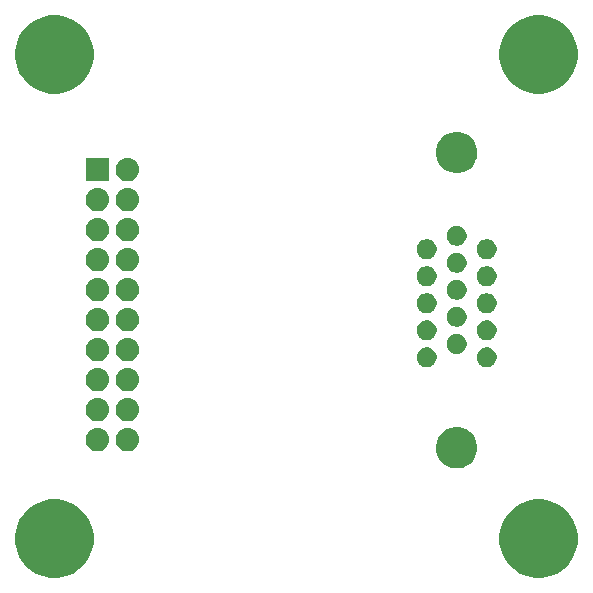
<source format=gbs>
G04 #@! TF.GenerationSoftware,KiCad,Pcbnew,(5.0.2)-1*
G04 #@! TF.CreationDate,2019-11-20T06:23:09-05:00*
G04 #@! TF.ProjectId,VGAX49,56474158-3439-42e6-9b69-6361645f7063,X1*
G04 #@! TF.SameCoordinates,Original*
G04 #@! TF.FileFunction,Soldermask,Bot*
G04 #@! TF.FilePolarity,Negative*
%FSLAX46Y46*%
G04 Gerber Fmt 4.6, Leading zero omitted, Abs format (unit mm)*
G04 Created by KiCad (PCBNEW (5.0.2)-1) date 11/20/2019 6:23:09 AM*
%MOMM*%
%LPD*%
G01*
G04 APERTURE LIST*
%ADD10C,0.150000*%
G04 APERTURE END LIST*
D10*
G36*
X55970564Y-51800469D02*
X55970566Y-51800470D01*
X55970567Y-51800470D01*
X56576115Y-52051296D01*
X56576116Y-52051297D01*
X57121097Y-52415442D01*
X57584558Y-52878903D01*
X57584560Y-52878906D01*
X57948704Y-53423885D01*
X58199530Y-54029433D01*
X58327400Y-54672280D01*
X58327400Y-55327720D01*
X58199530Y-55970567D01*
X57948704Y-56576115D01*
X57948703Y-56576116D01*
X57584558Y-57121097D01*
X57121097Y-57584558D01*
X57121094Y-57584560D01*
X56576115Y-57948704D01*
X55970567Y-58199530D01*
X55970566Y-58199530D01*
X55970564Y-58199531D01*
X55327722Y-58327400D01*
X54672278Y-58327400D01*
X54029436Y-58199531D01*
X54029434Y-58199530D01*
X54029433Y-58199530D01*
X53423885Y-57948704D01*
X52878906Y-57584560D01*
X52878903Y-57584558D01*
X52415442Y-57121097D01*
X52051297Y-56576116D01*
X52051296Y-56576115D01*
X51800470Y-55970567D01*
X51672600Y-55327720D01*
X51672600Y-54672280D01*
X51800470Y-54029433D01*
X52051296Y-53423885D01*
X52415440Y-52878906D01*
X52415442Y-52878903D01*
X52878903Y-52415442D01*
X53423884Y-52051297D01*
X53423885Y-52051296D01*
X54029433Y-51800470D01*
X54029434Y-51800470D01*
X54029436Y-51800469D01*
X54672278Y-51672600D01*
X55327722Y-51672600D01*
X55970564Y-51800469D01*
X55970564Y-51800469D01*
G37*
G36*
X14970564Y-51800469D02*
X14970566Y-51800470D01*
X14970567Y-51800470D01*
X15576115Y-52051296D01*
X15576116Y-52051297D01*
X16121097Y-52415442D01*
X16584558Y-52878903D01*
X16584560Y-52878906D01*
X16948704Y-53423885D01*
X17199530Y-54029433D01*
X17327400Y-54672280D01*
X17327400Y-55327720D01*
X17199530Y-55970567D01*
X16948704Y-56576115D01*
X16948703Y-56576116D01*
X16584558Y-57121097D01*
X16121097Y-57584558D01*
X16121094Y-57584560D01*
X15576115Y-57948704D01*
X14970567Y-58199530D01*
X14970566Y-58199530D01*
X14970564Y-58199531D01*
X14327722Y-58327400D01*
X13672278Y-58327400D01*
X13029436Y-58199531D01*
X13029434Y-58199530D01*
X13029433Y-58199530D01*
X12423885Y-57948704D01*
X11878906Y-57584560D01*
X11878903Y-57584558D01*
X11415442Y-57121097D01*
X11051297Y-56576116D01*
X11051296Y-56576115D01*
X10800470Y-55970567D01*
X10672600Y-55327720D01*
X10672600Y-54672280D01*
X10800470Y-54029433D01*
X11051296Y-53423885D01*
X11415440Y-52878906D01*
X11415442Y-52878903D01*
X11878903Y-52415442D01*
X12423884Y-52051297D01*
X12423885Y-52051296D01*
X13029433Y-51800470D01*
X13029434Y-51800470D01*
X13029436Y-51800469D01*
X13672278Y-51672600D01*
X14327722Y-51672600D01*
X14970564Y-51800469D01*
X14970564Y-51800469D01*
G37*
G36*
X48570493Y-45607203D02*
X48570495Y-45607204D01*
X48570496Y-45607204D01*
X48889413Y-45739303D01*
X49125074Y-45896767D01*
X49176433Y-45931084D01*
X49420516Y-46175167D01*
X49420518Y-46175170D01*
X49612297Y-46462187D01*
X49744396Y-46781104D01*
X49744397Y-46781107D01*
X49811740Y-47119662D01*
X49811740Y-47464858D01*
X49782591Y-47611400D01*
X49744396Y-47803416D01*
X49612297Y-48122333D01*
X49421383Y-48408056D01*
X49420516Y-48409353D01*
X49176433Y-48653436D01*
X49176430Y-48653438D01*
X48889413Y-48845217D01*
X48570496Y-48977316D01*
X48570495Y-48977316D01*
X48570493Y-48977317D01*
X48231938Y-49044660D01*
X47886742Y-49044660D01*
X47548187Y-48977317D01*
X47548185Y-48977316D01*
X47548184Y-48977316D01*
X47229267Y-48845217D01*
X46942250Y-48653438D01*
X46942247Y-48653436D01*
X46698164Y-48409353D01*
X46697297Y-48408056D01*
X46506383Y-48122333D01*
X46374284Y-47803416D01*
X46336090Y-47611400D01*
X46306940Y-47464858D01*
X46306940Y-47119662D01*
X46374283Y-46781107D01*
X46374284Y-46781104D01*
X46506383Y-46462187D01*
X46698162Y-46175170D01*
X46698164Y-46175167D01*
X46942247Y-45931084D01*
X46993606Y-45896767D01*
X47229267Y-45739303D01*
X47548184Y-45607204D01*
X47548185Y-45607204D01*
X47548187Y-45607203D01*
X47886742Y-45539860D01*
X48231938Y-45539860D01*
X48570493Y-45607203D01*
X48570493Y-45607203D01*
G37*
G36*
X17849501Y-45621103D02*
X17849504Y-45621104D01*
X17849505Y-45621104D01*
X18038458Y-45678422D01*
X18038460Y-45678423D01*
X18038463Y-45678424D01*
X18212595Y-45771499D01*
X18365233Y-45896767D01*
X18490501Y-46049405D01*
X18583576Y-46223537D01*
X18640897Y-46412499D01*
X18660250Y-46609000D01*
X18640897Y-46805501D01*
X18583576Y-46994463D01*
X18490501Y-47168595D01*
X18365233Y-47321233D01*
X18212595Y-47446501D01*
X18038463Y-47539576D01*
X18038460Y-47539577D01*
X18038458Y-47539578D01*
X17849505Y-47596896D01*
X17849504Y-47596896D01*
X17849501Y-47596897D01*
X17702247Y-47611400D01*
X17603753Y-47611400D01*
X17456499Y-47596897D01*
X17456496Y-47596896D01*
X17456495Y-47596896D01*
X17267542Y-47539578D01*
X17267540Y-47539577D01*
X17267537Y-47539576D01*
X17093405Y-47446501D01*
X16940767Y-47321233D01*
X16815499Y-47168595D01*
X16722424Y-46994463D01*
X16665103Y-46805501D01*
X16645750Y-46609000D01*
X16665103Y-46412499D01*
X16722424Y-46223537D01*
X16815499Y-46049405D01*
X16940767Y-45896767D01*
X17093405Y-45771499D01*
X17267537Y-45678424D01*
X17267540Y-45678423D01*
X17267542Y-45678422D01*
X17456495Y-45621104D01*
X17456496Y-45621104D01*
X17456499Y-45621103D01*
X17603753Y-45606600D01*
X17702247Y-45606600D01*
X17849501Y-45621103D01*
X17849501Y-45621103D01*
G37*
G36*
X20389501Y-45621103D02*
X20389504Y-45621104D01*
X20389505Y-45621104D01*
X20578458Y-45678422D01*
X20578460Y-45678423D01*
X20578463Y-45678424D01*
X20752595Y-45771499D01*
X20905233Y-45896767D01*
X21030501Y-46049405D01*
X21123576Y-46223537D01*
X21180897Y-46412499D01*
X21200250Y-46609000D01*
X21180897Y-46805501D01*
X21123576Y-46994463D01*
X21030501Y-47168595D01*
X20905233Y-47321233D01*
X20752595Y-47446501D01*
X20578463Y-47539576D01*
X20578460Y-47539577D01*
X20578458Y-47539578D01*
X20389505Y-47596896D01*
X20389504Y-47596896D01*
X20389501Y-47596897D01*
X20242247Y-47611400D01*
X20143753Y-47611400D01*
X19996499Y-47596897D01*
X19996496Y-47596896D01*
X19996495Y-47596896D01*
X19807542Y-47539578D01*
X19807540Y-47539577D01*
X19807537Y-47539576D01*
X19633405Y-47446501D01*
X19480767Y-47321233D01*
X19355499Y-47168595D01*
X19262424Y-46994463D01*
X19205103Y-46805501D01*
X19185750Y-46609000D01*
X19205103Y-46412499D01*
X19262424Y-46223537D01*
X19355499Y-46049405D01*
X19480767Y-45896767D01*
X19633405Y-45771499D01*
X19807537Y-45678424D01*
X19807540Y-45678423D01*
X19807542Y-45678422D01*
X19996495Y-45621104D01*
X19996496Y-45621104D01*
X19996499Y-45621103D01*
X20143753Y-45606600D01*
X20242247Y-45606600D01*
X20389501Y-45621103D01*
X20389501Y-45621103D01*
G37*
G36*
X20389501Y-43081103D02*
X20389504Y-43081104D01*
X20389505Y-43081104D01*
X20578458Y-43138422D01*
X20578460Y-43138423D01*
X20578463Y-43138424D01*
X20752595Y-43231499D01*
X20905233Y-43356767D01*
X21030501Y-43509405D01*
X21123576Y-43683537D01*
X21180897Y-43872499D01*
X21200250Y-44069000D01*
X21180897Y-44265501D01*
X21123576Y-44454463D01*
X21030501Y-44628595D01*
X20905233Y-44781233D01*
X20752595Y-44906501D01*
X20578463Y-44999576D01*
X20578460Y-44999577D01*
X20578458Y-44999578D01*
X20389505Y-45056896D01*
X20389504Y-45056896D01*
X20389501Y-45056897D01*
X20242247Y-45071400D01*
X20143753Y-45071400D01*
X19996499Y-45056897D01*
X19996496Y-45056896D01*
X19996495Y-45056896D01*
X19807542Y-44999578D01*
X19807540Y-44999577D01*
X19807537Y-44999576D01*
X19633405Y-44906501D01*
X19480767Y-44781233D01*
X19355499Y-44628595D01*
X19262424Y-44454463D01*
X19205103Y-44265501D01*
X19185750Y-44069000D01*
X19205103Y-43872499D01*
X19262424Y-43683537D01*
X19355499Y-43509405D01*
X19480767Y-43356767D01*
X19633405Y-43231499D01*
X19807537Y-43138424D01*
X19807540Y-43138423D01*
X19807542Y-43138422D01*
X19996495Y-43081104D01*
X19996496Y-43081104D01*
X19996499Y-43081103D01*
X20143753Y-43066600D01*
X20242247Y-43066600D01*
X20389501Y-43081103D01*
X20389501Y-43081103D01*
G37*
G36*
X17849501Y-43081103D02*
X17849504Y-43081104D01*
X17849505Y-43081104D01*
X18038458Y-43138422D01*
X18038460Y-43138423D01*
X18038463Y-43138424D01*
X18212595Y-43231499D01*
X18365233Y-43356767D01*
X18490501Y-43509405D01*
X18583576Y-43683537D01*
X18640897Y-43872499D01*
X18660250Y-44069000D01*
X18640897Y-44265501D01*
X18583576Y-44454463D01*
X18490501Y-44628595D01*
X18365233Y-44781233D01*
X18212595Y-44906501D01*
X18038463Y-44999576D01*
X18038460Y-44999577D01*
X18038458Y-44999578D01*
X17849505Y-45056896D01*
X17849504Y-45056896D01*
X17849501Y-45056897D01*
X17702247Y-45071400D01*
X17603753Y-45071400D01*
X17456499Y-45056897D01*
X17456496Y-45056896D01*
X17456495Y-45056896D01*
X17267542Y-44999578D01*
X17267540Y-44999577D01*
X17267537Y-44999576D01*
X17093405Y-44906501D01*
X16940767Y-44781233D01*
X16815499Y-44628595D01*
X16722424Y-44454463D01*
X16665103Y-44265501D01*
X16645750Y-44069000D01*
X16665103Y-43872499D01*
X16722424Y-43683537D01*
X16815499Y-43509405D01*
X16940767Y-43356767D01*
X17093405Y-43231499D01*
X17267537Y-43138424D01*
X17267540Y-43138423D01*
X17267542Y-43138422D01*
X17456495Y-43081104D01*
X17456496Y-43081104D01*
X17456499Y-43081103D01*
X17603753Y-43066600D01*
X17702247Y-43066600D01*
X17849501Y-43081103D01*
X17849501Y-43081103D01*
G37*
G36*
X20389501Y-40541103D02*
X20389504Y-40541104D01*
X20389505Y-40541104D01*
X20578458Y-40598422D01*
X20578460Y-40598423D01*
X20578463Y-40598424D01*
X20752595Y-40691499D01*
X20905233Y-40816767D01*
X21030501Y-40969405D01*
X21123576Y-41143537D01*
X21180897Y-41332499D01*
X21200250Y-41529000D01*
X21180897Y-41725501D01*
X21123576Y-41914463D01*
X21030501Y-42088595D01*
X20905233Y-42241233D01*
X20752595Y-42366501D01*
X20578463Y-42459576D01*
X20578460Y-42459577D01*
X20578458Y-42459578D01*
X20389505Y-42516896D01*
X20389504Y-42516896D01*
X20389501Y-42516897D01*
X20242247Y-42531400D01*
X20143753Y-42531400D01*
X19996499Y-42516897D01*
X19996496Y-42516896D01*
X19996495Y-42516896D01*
X19807542Y-42459578D01*
X19807540Y-42459577D01*
X19807537Y-42459576D01*
X19633405Y-42366501D01*
X19480767Y-42241233D01*
X19355499Y-42088595D01*
X19262424Y-41914463D01*
X19205103Y-41725501D01*
X19185750Y-41529000D01*
X19205103Y-41332499D01*
X19262424Y-41143537D01*
X19355499Y-40969405D01*
X19480767Y-40816767D01*
X19633405Y-40691499D01*
X19807537Y-40598424D01*
X19807540Y-40598423D01*
X19807542Y-40598422D01*
X19996495Y-40541104D01*
X19996496Y-40541104D01*
X19996499Y-40541103D01*
X20143753Y-40526600D01*
X20242247Y-40526600D01*
X20389501Y-40541103D01*
X20389501Y-40541103D01*
G37*
G36*
X17849501Y-40541103D02*
X17849504Y-40541104D01*
X17849505Y-40541104D01*
X18038458Y-40598422D01*
X18038460Y-40598423D01*
X18038463Y-40598424D01*
X18212595Y-40691499D01*
X18365233Y-40816767D01*
X18490501Y-40969405D01*
X18583576Y-41143537D01*
X18640897Y-41332499D01*
X18660250Y-41529000D01*
X18640897Y-41725501D01*
X18583576Y-41914463D01*
X18490501Y-42088595D01*
X18365233Y-42241233D01*
X18212595Y-42366501D01*
X18038463Y-42459576D01*
X18038460Y-42459577D01*
X18038458Y-42459578D01*
X17849505Y-42516896D01*
X17849504Y-42516896D01*
X17849501Y-42516897D01*
X17702247Y-42531400D01*
X17603753Y-42531400D01*
X17456499Y-42516897D01*
X17456496Y-42516896D01*
X17456495Y-42516896D01*
X17267542Y-42459578D01*
X17267540Y-42459577D01*
X17267537Y-42459576D01*
X17093405Y-42366501D01*
X16940767Y-42241233D01*
X16815499Y-42088595D01*
X16722424Y-41914463D01*
X16665103Y-41725501D01*
X16645750Y-41529000D01*
X16665103Y-41332499D01*
X16722424Y-41143537D01*
X16815499Y-40969405D01*
X16940767Y-40816767D01*
X17093405Y-40691499D01*
X17267537Y-40598424D01*
X17267540Y-40598423D01*
X17267542Y-40598422D01*
X17456495Y-40541104D01*
X17456496Y-40541104D01*
X17456499Y-40541103D01*
X17603753Y-40526600D01*
X17702247Y-40526600D01*
X17849501Y-40541103D01*
X17849501Y-40541103D01*
G37*
G36*
X45767536Y-38828659D02*
X45767539Y-38828660D01*
X45767538Y-38828660D01*
X45922392Y-38892802D01*
X46059878Y-38984668D01*
X46061760Y-38985925D01*
X46180275Y-39104440D01*
X46180277Y-39104443D01*
X46273398Y-39243808D01*
X46279242Y-39257917D01*
X46337541Y-39398664D01*
X46370240Y-39563052D01*
X46370240Y-39730668D01*
X46337541Y-39895056D01*
X46337540Y-39895058D01*
X46273398Y-40049912D01*
X46273397Y-40049913D01*
X46180275Y-40189280D01*
X46061760Y-40307795D01*
X46061757Y-40307797D01*
X45922392Y-40400918D01*
X45802619Y-40450529D01*
X45767536Y-40465061D01*
X45603148Y-40497760D01*
X45435532Y-40497760D01*
X45271144Y-40465061D01*
X45236061Y-40450529D01*
X45116288Y-40400918D01*
X44976923Y-40307797D01*
X44976920Y-40307795D01*
X44858405Y-40189280D01*
X44765283Y-40049913D01*
X44765282Y-40049912D01*
X44701140Y-39895058D01*
X44701139Y-39895056D01*
X44668440Y-39730668D01*
X44668440Y-39563052D01*
X44701139Y-39398664D01*
X44759438Y-39257917D01*
X44765282Y-39243808D01*
X44858403Y-39104443D01*
X44858405Y-39104440D01*
X44976920Y-38985925D01*
X44978802Y-38984668D01*
X45116288Y-38892802D01*
X45271142Y-38828660D01*
X45271141Y-38828660D01*
X45271144Y-38828659D01*
X45435532Y-38795960D01*
X45603148Y-38795960D01*
X45767536Y-38828659D01*
X45767536Y-38828659D01*
G37*
G36*
X50847536Y-38828659D02*
X50847539Y-38828660D01*
X50847538Y-38828660D01*
X51002392Y-38892802D01*
X51139878Y-38984668D01*
X51141760Y-38985925D01*
X51260275Y-39104440D01*
X51260277Y-39104443D01*
X51353398Y-39243808D01*
X51359242Y-39257917D01*
X51417541Y-39398664D01*
X51450240Y-39563052D01*
X51450240Y-39730668D01*
X51417541Y-39895056D01*
X51417540Y-39895058D01*
X51353398Y-40049912D01*
X51353397Y-40049913D01*
X51260275Y-40189280D01*
X51141760Y-40307795D01*
X51141757Y-40307797D01*
X51002392Y-40400918D01*
X50882619Y-40450529D01*
X50847536Y-40465061D01*
X50683148Y-40497760D01*
X50515532Y-40497760D01*
X50351144Y-40465061D01*
X50316061Y-40450529D01*
X50196288Y-40400918D01*
X50056923Y-40307797D01*
X50056920Y-40307795D01*
X49938405Y-40189280D01*
X49845283Y-40049913D01*
X49845282Y-40049912D01*
X49781140Y-39895058D01*
X49781139Y-39895056D01*
X49748440Y-39730668D01*
X49748440Y-39563052D01*
X49781139Y-39398664D01*
X49839438Y-39257917D01*
X49845282Y-39243808D01*
X49938403Y-39104443D01*
X49938405Y-39104440D01*
X50056920Y-38985925D01*
X50058802Y-38984668D01*
X50196288Y-38892802D01*
X50351142Y-38828660D01*
X50351141Y-38828660D01*
X50351144Y-38828659D01*
X50515532Y-38795960D01*
X50683148Y-38795960D01*
X50847536Y-38828659D01*
X50847536Y-38828659D01*
G37*
G36*
X17849501Y-38001103D02*
X17849504Y-38001104D01*
X17849505Y-38001104D01*
X18038458Y-38058422D01*
X18038460Y-38058423D01*
X18038463Y-38058424D01*
X18212595Y-38151499D01*
X18365233Y-38276767D01*
X18490501Y-38429405D01*
X18583576Y-38603537D01*
X18583577Y-38603540D01*
X18583578Y-38603542D01*
X18640896Y-38792495D01*
X18640897Y-38792499D01*
X18660250Y-38989000D01*
X18640897Y-39185501D01*
X18640896Y-39185504D01*
X18640896Y-39185505D01*
X18599473Y-39322060D01*
X18583576Y-39374463D01*
X18490501Y-39548595D01*
X18365233Y-39701233D01*
X18212595Y-39826501D01*
X18038463Y-39919576D01*
X18038460Y-39919577D01*
X18038458Y-39919578D01*
X17849505Y-39976896D01*
X17849504Y-39976896D01*
X17849501Y-39976897D01*
X17702247Y-39991400D01*
X17603753Y-39991400D01*
X17456499Y-39976897D01*
X17456496Y-39976896D01*
X17456495Y-39976896D01*
X17267542Y-39919578D01*
X17267540Y-39919577D01*
X17267537Y-39919576D01*
X17093405Y-39826501D01*
X16940767Y-39701233D01*
X16815499Y-39548595D01*
X16722424Y-39374463D01*
X16706528Y-39322060D01*
X16665104Y-39185505D01*
X16665104Y-39185504D01*
X16665103Y-39185501D01*
X16645750Y-38989000D01*
X16665103Y-38792499D01*
X16665104Y-38792495D01*
X16722422Y-38603542D01*
X16722423Y-38603540D01*
X16722424Y-38603537D01*
X16815499Y-38429405D01*
X16940767Y-38276767D01*
X17093405Y-38151499D01*
X17267537Y-38058424D01*
X17267540Y-38058423D01*
X17267542Y-38058422D01*
X17456495Y-38001104D01*
X17456496Y-38001104D01*
X17456499Y-38001103D01*
X17603753Y-37986600D01*
X17702247Y-37986600D01*
X17849501Y-38001103D01*
X17849501Y-38001103D01*
G37*
G36*
X20389501Y-38001103D02*
X20389504Y-38001104D01*
X20389505Y-38001104D01*
X20578458Y-38058422D01*
X20578460Y-38058423D01*
X20578463Y-38058424D01*
X20752595Y-38151499D01*
X20905233Y-38276767D01*
X21030501Y-38429405D01*
X21123576Y-38603537D01*
X21123577Y-38603540D01*
X21123578Y-38603542D01*
X21180896Y-38792495D01*
X21180897Y-38792499D01*
X21200250Y-38989000D01*
X21180897Y-39185501D01*
X21180896Y-39185504D01*
X21180896Y-39185505D01*
X21139473Y-39322060D01*
X21123576Y-39374463D01*
X21030501Y-39548595D01*
X20905233Y-39701233D01*
X20752595Y-39826501D01*
X20578463Y-39919576D01*
X20578460Y-39919577D01*
X20578458Y-39919578D01*
X20389505Y-39976896D01*
X20389504Y-39976896D01*
X20389501Y-39976897D01*
X20242247Y-39991400D01*
X20143753Y-39991400D01*
X19996499Y-39976897D01*
X19996496Y-39976896D01*
X19996495Y-39976896D01*
X19807542Y-39919578D01*
X19807540Y-39919577D01*
X19807537Y-39919576D01*
X19633405Y-39826501D01*
X19480767Y-39701233D01*
X19355499Y-39548595D01*
X19262424Y-39374463D01*
X19246528Y-39322060D01*
X19205104Y-39185505D01*
X19205104Y-39185504D01*
X19205103Y-39185501D01*
X19185750Y-38989000D01*
X19205103Y-38792499D01*
X19205104Y-38792495D01*
X19262422Y-38603542D01*
X19262423Y-38603540D01*
X19262424Y-38603537D01*
X19355499Y-38429405D01*
X19480767Y-38276767D01*
X19633405Y-38151499D01*
X19807537Y-38058424D01*
X19807540Y-38058423D01*
X19807542Y-38058422D01*
X19996495Y-38001104D01*
X19996496Y-38001104D01*
X19996499Y-38001103D01*
X20143753Y-37986600D01*
X20242247Y-37986600D01*
X20389501Y-38001103D01*
X20389501Y-38001103D01*
G37*
G36*
X48307536Y-37685659D02*
X48307539Y-37685660D01*
X48307538Y-37685660D01*
X48462392Y-37749802D01*
X48479709Y-37761373D01*
X48601760Y-37842925D01*
X48720275Y-37961440D01*
X48720277Y-37961443D01*
X48813398Y-38100808D01*
X48844759Y-38176521D01*
X48877541Y-38255664D01*
X48910240Y-38420052D01*
X48910240Y-38587668D01*
X48877541Y-38752056D01*
X48877540Y-38752058D01*
X48813398Y-38906912D01*
X48813397Y-38906913D01*
X48720275Y-39046280D01*
X48601760Y-39164795D01*
X48601757Y-39164797D01*
X48462392Y-39257918D01*
X48342619Y-39307529D01*
X48307536Y-39322061D01*
X48143148Y-39354760D01*
X47975532Y-39354760D01*
X47811144Y-39322061D01*
X47776061Y-39307529D01*
X47656288Y-39257918D01*
X47516923Y-39164797D01*
X47516920Y-39164795D01*
X47398405Y-39046280D01*
X47305283Y-38906913D01*
X47305282Y-38906912D01*
X47241140Y-38752058D01*
X47241139Y-38752056D01*
X47208440Y-38587668D01*
X47208440Y-38420052D01*
X47241139Y-38255664D01*
X47273921Y-38176521D01*
X47305282Y-38100808D01*
X47398403Y-37961443D01*
X47398405Y-37961440D01*
X47516920Y-37842925D01*
X47638971Y-37761373D01*
X47656288Y-37749802D01*
X47811142Y-37685660D01*
X47811141Y-37685660D01*
X47811144Y-37685659D01*
X47975532Y-37652960D01*
X48143148Y-37652960D01*
X48307536Y-37685659D01*
X48307536Y-37685659D01*
G37*
G36*
X45767536Y-36540119D02*
X45767539Y-36540120D01*
X45767538Y-36540120D01*
X45922392Y-36604262D01*
X45939709Y-36615833D01*
X46061760Y-36697385D01*
X46180275Y-36815900D01*
X46180277Y-36815903D01*
X46273398Y-36955268D01*
X46304759Y-37030981D01*
X46337541Y-37110124D01*
X46370240Y-37274512D01*
X46370240Y-37442128D01*
X46337541Y-37606516D01*
X46337540Y-37606518D01*
X46273398Y-37761372D01*
X46273397Y-37761373D01*
X46180275Y-37900740D01*
X46061760Y-38019255D01*
X46061757Y-38019257D01*
X45922392Y-38112378D01*
X45827937Y-38151502D01*
X45767536Y-38176521D01*
X45603148Y-38209220D01*
X45435532Y-38209220D01*
X45271144Y-38176521D01*
X45210743Y-38151502D01*
X45116288Y-38112378D01*
X44976923Y-38019257D01*
X44976920Y-38019255D01*
X44858405Y-37900740D01*
X44765283Y-37761373D01*
X44765282Y-37761372D01*
X44701140Y-37606518D01*
X44701139Y-37606516D01*
X44668440Y-37442128D01*
X44668440Y-37274512D01*
X44701139Y-37110124D01*
X44733921Y-37030981D01*
X44765282Y-36955268D01*
X44858403Y-36815903D01*
X44858405Y-36815900D01*
X44976920Y-36697385D01*
X45098971Y-36615833D01*
X45116288Y-36604262D01*
X45271142Y-36540120D01*
X45271141Y-36540120D01*
X45271144Y-36540119D01*
X45435532Y-36507420D01*
X45603148Y-36507420D01*
X45767536Y-36540119D01*
X45767536Y-36540119D01*
G37*
G36*
X50847536Y-36540119D02*
X50847539Y-36540120D01*
X50847538Y-36540120D01*
X51002392Y-36604262D01*
X51019709Y-36615833D01*
X51141760Y-36697385D01*
X51260275Y-36815900D01*
X51260277Y-36815903D01*
X51353398Y-36955268D01*
X51384759Y-37030981D01*
X51417541Y-37110124D01*
X51450240Y-37274512D01*
X51450240Y-37442128D01*
X51417541Y-37606516D01*
X51417540Y-37606518D01*
X51353398Y-37761372D01*
X51353397Y-37761373D01*
X51260275Y-37900740D01*
X51141760Y-38019255D01*
X51141757Y-38019257D01*
X51002392Y-38112378D01*
X50907937Y-38151502D01*
X50847536Y-38176521D01*
X50683148Y-38209220D01*
X50515532Y-38209220D01*
X50351144Y-38176521D01*
X50290743Y-38151502D01*
X50196288Y-38112378D01*
X50056923Y-38019257D01*
X50056920Y-38019255D01*
X49938405Y-37900740D01*
X49845283Y-37761373D01*
X49845282Y-37761372D01*
X49781140Y-37606518D01*
X49781139Y-37606516D01*
X49748440Y-37442128D01*
X49748440Y-37274512D01*
X49781139Y-37110124D01*
X49813921Y-37030981D01*
X49845282Y-36955268D01*
X49938403Y-36815903D01*
X49938405Y-36815900D01*
X50056920Y-36697385D01*
X50178971Y-36615833D01*
X50196288Y-36604262D01*
X50351142Y-36540120D01*
X50351141Y-36540120D01*
X50351144Y-36540119D01*
X50515532Y-36507420D01*
X50683148Y-36507420D01*
X50847536Y-36540119D01*
X50847536Y-36540119D01*
G37*
G36*
X20389501Y-35461103D02*
X20389504Y-35461104D01*
X20389505Y-35461104D01*
X20578458Y-35518422D01*
X20578460Y-35518423D01*
X20578463Y-35518424D01*
X20752595Y-35611499D01*
X20905233Y-35736767D01*
X21030501Y-35889405D01*
X21123576Y-36063537D01*
X21123577Y-36063540D01*
X21123578Y-36063542D01*
X21143426Y-36128974D01*
X21180897Y-36252499D01*
X21200250Y-36449000D01*
X21180897Y-36645501D01*
X21180896Y-36645504D01*
X21180896Y-36645505D01*
X21129207Y-36815903D01*
X21123576Y-36834463D01*
X21030501Y-37008595D01*
X20905233Y-37161233D01*
X20752595Y-37286501D01*
X20578463Y-37379576D01*
X20578460Y-37379577D01*
X20578458Y-37379578D01*
X20389505Y-37436896D01*
X20389504Y-37436896D01*
X20389501Y-37436897D01*
X20242247Y-37451400D01*
X20143753Y-37451400D01*
X19996499Y-37436897D01*
X19996496Y-37436896D01*
X19996495Y-37436896D01*
X19807542Y-37379578D01*
X19807540Y-37379577D01*
X19807537Y-37379576D01*
X19633405Y-37286501D01*
X19480767Y-37161233D01*
X19355499Y-37008595D01*
X19262424Y-36834463D01*
X19256794Y-36815903D01*
X19205104Y-36645505D01*
X19205104Y-36645504D01*
X19205103Y-36645501D01*
X19185750Y-36449000D01*
X19205103Y-36252499D01*
X19242574Y-36128974D01*
X19262422Y-36063542D01*
X19262423Y-36063540D01*
X19262424Y-36063537D01*
X19355499Y-35889405D01*
X19480767Y-35736767D01*
X19633405Y-35611499D01*
X19807537Y-35518424D01*
X19807540Y-35518423D01*
X19807542Y-35518422D01*
X19996495Y-35461104D01*
X19996496Y-35461104D01*
X19996499Y-35461103D01*
X20143753Y-35446600D01*
X20242247Y-35446600D01*
X20389501Y-35461103D01*
X20389501Y-35461103D01*
G37*
G36*
X17849501Y-35461103D02*
X17849504Y-35461104D01*
X17849505Y-35461104D01*
X18038458Y-35518422D01*
X18038460Y-35518423D01*
X18038463Y-35518424D01*
X18212595Y-35611499D01*
X18365233Y-35736767D01*
X18490501Y-35889405D01*
X18583576Y-36063537D01*
X18583577Y-36063540D01*
X18583578Y-36063542D01*
X18603426Y-36128974D01*
X18640897Y-36252499D01*
X18660250Y-36449000D01*
X18640897Y-36645501D01*
X18640896Y-36645504D01*
X18640896Y-36645505D01*
X18589207Y-36815903D01*
X18583576Y-36834463D01*
X18490501Y-37008595D01*
X18365233Y-37161233D01*
X18212595Y-37286501D01*
X18038463Y-37379576D01*
X18038460Y-37379577D01*
X18038458Y-37379578D01*
X17849505Y-37436896D01*
X17849504Y-37436896D01*
X17849501Y-37436897D01*
X17702247Y-37451400D01*
X17603753Y-37451400D01*
X17456499Y-37436897D01*
X17456496Y-37436896D01*
X17456495Y-37436896D01*
X17267542Y-37379578D01*
X17267540Y-37379577D01*
X17267537Y-37379576D01*
X17093405Y-37286501D01*
X16940767Y-37161233D01*
X16815499Y-37008595D01*
X16722424Y-36834463D01*
X16716794Y-36815903D01*
X16665104Y-36645505D01*
X16665104Y-36645504D01*
X16665103Y-36645501D01*
X16645750Y-36449000D01*
X16665103Y-36252499D01*
X16702574Y-36128974D01*
X16722422Y-36063542D01*
X16722423Y-36063540D01*
X16722424Y-36063537D01*
X16815499Y-35889405D01*
X16940767Y-35736767D01*
X17093405Y-35611499D01*
X17267537Y-35518424D01*
X17267540Y-35518423D01*
X17267542Y-35518422D01*
X17456495Y-35461104D01*
X17456496Y-35461104D01*
X17456499Y-35461103D01*
X17603753Y-35446600D01*
X17702247Y-35446600D01*
X17849501Y-35461103D01*
X17849501Y-35461103D01*
G37*
G36*
X48307536Y-35394579D02*
X48307539Y-35394580D01*
X48307538Y-35394580D01*
X48462392Y-35458722D01*
X48479709Y-35470293D01*
X48601760Y-35551845D01*
X48720275Y-35670360D01*
X48720277Y-35670363D01*
X48813398Y-35809728D01*
X48844759Y-35885441D01*
X48877541Y-35964584D01*
X48910240Y-36128972D01*
X48910240Y-36296588D01*
X48877541Y-36460976D01*
X48877540Y-36460978D01*
X48813398Y-36615832D01*
X48793571Y-36645505D01*
X48720275Y-36755200D01*
X48601760Y-36873715D01*
X48601757Y-36873717D01*
X48462392Y-36966838D01*
X48361573Y-37008598D01*
X48307536Y-37030981D01*
X48143148Y-37063680D01*
X47975532Y-37063680D01*
X47811144Y-37030981D01*
X47757107Y-37008598D01*
X47656288Y-36966838D01*
X47516923Y-36873717D01*
X47516920Y-36873715D01*
X47398405Y-36755200D01*
X47325109Y-36645505D01*
X47305282Y-36615832D01*
X47241140Y-36460978D01*
X47241139Y-36460976D01*
X47208440Y-36296588D01*
X47208440Y-36128972D01*
X47241139Y-35964584D01*
X47273921Y-35885441D01*
X47305282Y-35809728D01*
X47398403Y-35670363D01*
X47398405Y-35670360D01*
X47516920Y-35551845D01*
X47638971Y-35470293D01*
X47656288Y-35458722D01*
X47811142Y-35394580D01*
X47811141Y-35394580D01*
X47811144Y-35394579D01*
X47975532Y-35361880D01*
X48143148Y-35361880D01*
X48307536Y-35394579D01*
X48307536Y-35394579D01*
G37*
G36*
X50844996Y-34249039D02*
X50844999Y-34249040D01*
X50844998Y-34249040D01*
X50999852Y-34313182D01*
X51135416Y-34403763D01*
X51139220Y-34406305D01*
X51257735Y-34524820D01*
X51257737Y-34524823D01*
X51350858Y-34664188D01*
X51384953Y-34746501D01*
X51415001Y-34819044D01*
X51447700Y-34983432D01*
X51447700Y-35151048D01*
X51415001Y-35315436D01*
X51415000Y-35315438D01*
X51350858Y-35470292D01*
X51350857Y-35470293D01*
X51257735Y-35609660D01*
X51139220Y-35728175D01*
X51139217Y-35728177D01*
X50999852Y-35821298D01*
X50880079Y-35870909D01*
X50844996Y-35885441D01*
X50680608Y-35918140D01*
X50512992Y-35918140D01*
X50348604Y-35885441D01*
X50313521Y-35870909D01*
X50193748Y-35821298D01*
X50054383Y-35728177D01*
X50054380Y-35728175D01*
X49935865Y-35609660D01*
X49842743Y-35470293D01*
X49842742Y-35470292D01*
X49778600Y-35315438D01*
X49778599Y-35315436D01*
X49745900Y-35151048D01*
X49745900Y-34983432D01*
X49778599Y-34819044D01*
X49808647Y-34746501D01*
X49842742Y-34664188D01*
X49935863Y-34524823D01*
X49935865Y-34524820D01*
X50054380Y-34406305D01*
X50058184Y-34403763D01*
X50193748Y-34313182D01*
X50348602Y-34249040D01*
X50348601Y-34249040D01*
X50348604Y-34249039D01*
X50512992Y-34216340D01*
X50680608Y-34216340D01*
X50844996Y-34249039D01*
X50844996Y-34249039D01*
G37*
G36*
X45767536Y-34246499D02*
X45802619Y-34261031D01*
X45922392Y-34310642D01*
X46059878Y-34402508D01*
X46061760Y-34403765D01*
X46180275Y-34522280D01*
X46180277Y-34522283D01*
X46273398Y-34661648D01*
X46306863Y-34742440D01*
X46337541Y-34816504D01*
X46370240Y-34980892D01*
X46370240Y-35148508D01*
X46337541Y-35312896D01*
X46337540Y-35312898D01*
X46273398Y-35467752D01*
X46271700Y-35470293D01*
X46180275Y-35607120D01*
X46061760Y-35725635D01*
X46061757Y-35725637D01*
X45922392Y-35818758D01*
X45802619Y-35868369D01*
X45767536Y-35882901D01*
X45603148Y-35915600D01*
X45435532Y-35915600D01*
X45271144Y-35882901D01*
X45236061Y-35868369D01*
X45116288Y-35818758D01*
X44976923Y-35725637D01*
X44976920Y-35725635D01*
X44858405Y-35607120D01*
X44766980Y-35470293D01*
X44765282Y-35467752D01*
X44701140Y-35312898D01*
X44701139Y-35312896D01*
X44668440Y-35148508D01*
X44668440Y-34980892D01*
X44701139Y-34816504D01*
X44731817Y-34742440D01*
X44765282Y-34661648D01*
X44858403Y-34522283D01*
X44858405Y-34522280D01*
X44976920Y-34403765D01*
X44978802Y-34402508D01*
X45116288Y-34310642D01*
X45236061Y-34261031D01*
X45271144Y-34246499D01*
X45435532Y-34213800D01*
X45603148Y-34213800D01*
X45767536Y-34246499D01*
X45767536Y-34246499D01*
G37*
G36*
X20389501Y-32921103D02*
X20389504Y-32921104D01*
X20389505Y-32921104D01*
X20578458Y-32978422D01*
X20578460Y-32978423D01*
X20578463Y-32978424D01*
X20752595Y-33071499D01*
X20905233Y-33196767D01*
X21030501Y-33349405D01*
X21123576Y-33523537D01*
X21123577Y-33523540D01*
X21123578Y-33523542D01*
X21180896Y-33712495D01*
X21180897Y-33712499D01*
X21200250Y-33909000D01*
X21180897Y-34105501D01*
X21180896Y-34105504D01*
X21180896Y-34105505D01*
X21137356Y-34249039D01*
X21123576Y-34294463D01*
X21030501Y-34468595D01*
X20905233Y-34621233D01*
X20752595Y-34746501D01*
X20578463Y-34839576D01*
X20578460Y-34839577D01*
X20578458Y-34839578D01*
X20389505Y-34896896D01*
X20389504Y-34896896D01*
X20389501Y-34896897D01*
X20242247Y-34911400D01*
X20143753Y-34911400D01*
X19996499Y-34896897D01*
X19996496Y-34896896D01*
X19996495Y-34896896D01*
X19807542Y-34839578D01*
X19807540Y-34839577D01*
X19807537Y-34839576D01*
X19633405Y-34746501D01*
X19480767Y-34621233D01*
X19355499Y-34468595D01*
X19262424Y-34294463D01*
X19248645Y-34249039D01*
X19205104Y-34105505D01*
X19205104Y-34105504D01*
X19205103Y-34105501D01*
X19185750Y-33909000D01*
X19205103Y-33712499D01*
X19205104Y-33712495D01*
X19262422Y-33523542D01*
X19262423Y-33523540D01*
X19262424Y-33523537D01*
X19355499Y-33349405D01*
X19480767Y-33196767D01*
X19633405Y-33071499D01*
X19807537Y-32978424D01*
X19807540Y-32978423D01*
X19807542Y-32978422D01*
X19996495Y-32921104D01*
X19996496Y-32921104D01*
X19996499Y-32921103D01*
X20143753Y-32906600D01*
X20242247Y-32906600D01*
X20389501Y-32921103D01*
X20389501Y-32921103D01*
G37*
G36*
X17849501Y-32921103D02*
X17849504Y-32921104D01*
X17849505Y-32921104D01*
X18038458Y-32978422D01*
X18038460Y-32978423D01*
X18038463Y-32978424D01*
X18212595Y-33071499D01*
X18365233Y-33196767D01*
X18490501Y-33349405D01*
X18583576Y-33523537D01*
X18583577Y-33523540D01*
X18583578Y-33523542D01*
X18640896Y-33712495D01*
X18640897Y-33712499D01*
X18660250Y-33909000D01*
X18640897Y-34105501D01*
X18640896Y-34105504D01*
X18640896Y-34105505D01*
X18597356Y-34249039D01*
X18583576Y-34294463D01*
X18490501Y-34468595D01*
X18365233Y-34621233D01*
X18212595Y-34746501D01*
X18038463Y-34839576D01*
X18038460Y-34839577D01*
X18038458Y-34839578D01*
X17849505Y-34896896D01*
X17849504Y-34896896D01*
X17849501Y-34896897D01*
X17702247Y-34911400D01*
X17603753Y-34911400D01*
X17456499Y-34896897D01*
X17456496Y-34896896D01*
X17456495Y-34896896D01*
X17267542Y-34839578D01*
X17267540Y-34839577D01*
X17267537Y-34839576D01*
X17093405Y-34746501D01*
X16940767Y-34621233D01*
X16815499Y-34468595D01*
X16722424Y-34294463D01*
X16708645Y-34249039D01*
X16665104Y-34105505D01*
X16665104Y-34105504D01*
X16665103Y-34105501D01*
X16645750Y-33909000D01*
X16665103Y-33712499D01*
X16665104Y-33712495D01*
X16722422Y-33523542D01*
X16722423Y-33523540D01*
X16722424Y-33523537D01*
X16815499Y-33349405D01*
X16940767Y-33196767D01*
X17093405Y-33071499D01*
X17267537Y-32978424D01*
X17267540Y-32978423D01*
X17267542Y-32978422D01*
X17456495Y-32921104D01*
X17456496Y-32921104D01*
X17456499Y-32921103D01*
X17603753Y-32906600D01*
X17702247Y-32906600D01*
X17849501Y-32921103D01*
X17849501Y-32921103D01*
G37*
G36*
X48307536Y-33106039D02*
X48307539Y-33106040D01*
X48307538Y-33106040D01*
X48462392Y-33170182D01*
X48479709Y-33181753D01*
X48601760Y-33263305D01*
X48720275Y-33381820D01*
X48720277Y-33381823D01*
X48813398Y-33521188D01*
X48844759Y-33596901D01*
X48877541Y-33676044D01*
X48910240Y-33840432D01*
X48910240Y-34008048D01*
X48877541Y-34172436D01*
X48877540Y-34172438D01*
X48813398Y-34327292D01*
X48762300Y-34403765D01*
X48720275Y-34466660D01*
X48601760Y-34585175D01*
X48601757Y-34585177D01*
X48462392Y-34678298D01*
X48342619Y-34727909D01*
X48307536Y-34742441D01*
X48143148Y-34775140D01*
X47975532Y-34775140D01*
X47811144Y-34742441D01*
X47776061Y-34727909D01*
X47656288Y-34678298D01*
X47516923Y-34585177D01*
X47516920Y-34585175D01*
X47398405Y-34466660D01*
X47356380Y-34403765D01*
X47305282Y-34327292D01*
X47241140Y-34172438D01*
X47241139Y-34172436D01*
X47208440Y-34008048D01*
X47208440Y-33840432D01*
X47241139Y-33676044D01*
X47273921Y-33596901D01*
X47305282Y-33521188D01*
X47398403Y-33381823D01*
X47398405Y-33381820D01*
X47516920Y-33263305D01*
X47638971Y-33181753D01*
X47656288Y-33170182D01*
X47811142Y-33106040D01*
X47811141Y-33106040D01*
X47811144Y-33106039D01*
X47975532Y-33073340D01*
X48143148Y-33073340D01*
X48307536Y-33106039D01*
X48307536Y-33106039D01*
G37*
G36*
X45767536Y-31960499D02*
X45767539Y-31960500D01*
X45767538Y-31960500D01*
X45922392Y-32024642D01*
X45939709Y-32036213D01*
X46061760Y-32117765D01*
X46180275Y-32236280D01*
X46180277Y-32236283D01*
X46273398Y-32375648D01*
X46304759Y-32451361D01*
X46337541Y-32530504D01*
X46370240Y-32694892D01*
X46370240Y-32862508D01*
X46337541Y-33026896D01*
X46337540Y-33026898D01*
X46273398Y-33181752D01*
X46273397Y-33181753D01*
X46180275Y-33321120D01*
X46061760Y-33439635D01*
X46061757Y-33439637D01*
X45922392Y-33532758D01*
X45802619Y-33582369D01*
X45767536Y-33596901D01*
X45603148Y-33629600D01*
X45435532Y-33629600D01*
X45271144Y-33596901D01*
X45236061Y-33582369D01*
X45116288Y-33532758D01*
X44976923Y-33439637D01*
X44976920Y-33439635D01*
X44858405Y-33321120D01*
X44765283Y-33181753D01*
X44765282Y-33181752D01*
X44701140Y-33026898D01*
X44701139Y-33026896D01*
X44668440Y-32862508D01*
X44668440Y-32694892D01*
X44701139Y-32530504D01*
X44733921Y-32451361D01*
X44765282Y-32375648D01*
X44858403Y-32236283D01*
X44858405Y-32236280D01*
X44976920Y-32117765D01*
X45098971Y-32036213D01*
X45116288Y-32024642D01*
X45271142Y-31960500D01*
X45271141Y-31960500D01*
X45271144Y-31960499D01*
X45435532Y-31927800D01*
X45603148Y-31927800D01*
X45767536Y-31960499D01*
X45767536Y-31960499D01*
G37*
G36*
X50847536Y-31960499D02*
X50847539Y-31960500D01*
X50847538Y-31960500D01*
X51002392Y-32024642D01*
X51019709Y-32036213D01*
X51141760Y-32117765D01*
X51260275Y-32236280D01*
X51260277Y-32236283D01*
X51353398Y-32375648D01*
X51384759Y-32451361D01*
X51417541Y-32530504D01*
X51450240Y-32694892D01*
X51450240Y-32862508D01*
X51417541Y-33026896D01*
X51417540Y-33026898D01*
X51353398Y-33181752D01*
X51353397Y-33181753D01*
X51260275Y-33321120D01*
X51141760Y-33439635D01*
X51141757Y-33439637D01*
X51002392Y-33532758D01*
X50882619Y-33582369D01*
X50847536Y-33596901D01*
X50683148Y-33629600D01*
X50515532Y-33629600D01*
X50351144Y-33596901D01*
X50316061Y-33582369D01*
X50196288Y-33532758D01*
X50056923Y-33439637D01*
X50056920Y-33439635D01*
X49938405Y-33321120D01*
X49845283Y-33181753D01*
X49845282Y-33181752D01*
X49781140Y-33026898D01*
X49781139Y-33026896D01*
X49748440Y-32862508D01*
X49748440Y-32694892D01*
X49781139Y-32530504D01*
X49813921Y-32451361D01*
X49845282Y-32375648D01*
X49938403Y-32236283D01*
X49938405Y-32236280D01*
X50056920Y-32117765D01*
X50178971Y-32036213D01*
X50196288Y-32024642D01*
X50351142Y-31960500D01*
X50351141Y-31960500D01*
X50351144Y-31960499D01*
X50515532Y-31927800D01*
X50683148Y-31927800D01*
X50847536Y-31960499D01*
X50847536Y-31960499D01*
G37*
G36*
X48307536Y-30814959D02*
X48307539Y-30814960D01*
X48307538Y-30814960D01*
X48462392Y-30879102D01*
X48479709Y-30890673D01*
X48601760Y-30972225D01*
X48720275Y-31090740D01*
X48720277Y-31090743D01*
X48813398Y-31230108D01*
X48844759Y-31305821D01*
X48877541Y-31384964D01*
X48910240Y-31549352D01*
X48910240Y-31716968D01*
X48877541Y-31881356D01*
X48877540Y-31881358D01*
X48813398Y-32036212D01*
X48813397Y-32036213D01*
X48720275Y-32175580D01*
X48601760Y-32294095D01*
X48601757Y-32294097D01*
X48462392Y-32387218D01*
X48342619Y-32436829D01*
X48307536Y-32451361D01*
X48143148Y-32484060D01*
X47975532Y-32484060D01*
X47811144Y-32451361D01*
X47776061Y-32436829D01*
X47656288Y-32387218D01*
X47516923Y-32294097D01*
X47516920Y-32294095D01*
X47398405Y-32175580D01*
X47305283Y-32036213D01*
X47305282Y-32036212D01*
X47241140Y-31881358D01*
X47241139Y-31881356D01*
X47208440Y-31716968D01*
X47208440Y-31549352D01*
X47241139Y-31384964D01*
X47273921Y-31305821D01*
X47305282Y-31230108D01*
X47398403Y-31090743D01*
X47398405Y-31090740D01*
X47516920Y-30972225D01*
X47638971Y-30890673D01*
X47656288Y-30879102D01*
X47811142Y-30814960D01*
X47811141Y-30814960D01*
X47811144Y-30814959D01*
X47975532Y-30782260D01*
X48143148Y-30782260D01*
X48307536Y-30814959D01*
X48307536Y-30814959D01*
G37*
G36*
X17849501Y-30381103D02*
X17849504Y-30381104D01*
X17849505Y-30381104D01*
X18038458Y-30438422D01*
X18038460Y-30438423D01*
X18038463Y-30438424D01*
X18212595Y-30531499D01*
X18365233Y-30656767D01*
X18490501Y-30809405D01*
X18583576Y-30983537D01*
X18583577Y-30983540D01*
X18583578Y-30983542D01*
X18640896Y-31172495D01*
X18640897Y-31172499D01*
X18660250Y-31369000D01*
X18640897Y-31565501D01*
X18583576Y-31754463D01*
X18490501Y-31928595D01*
X18365233Y-32081233D01*
X18212595Y-32206501D01*
X18038463Y-32299576D01*
X18038460Y-32299577D01*
X18038458Y-32299578D01*
X17849505Y-32356896D01*
X17849504Y-32356896D01*
X17849501Y-32356897D01*
X17702247Y-32371400D01*
X17603753Y-32371400D01*
X17456499Y-32356897D01*
X17456496Y-32356896D01*
X17456495Y-32356896D01*
X17267542Y-32299578D01*
X17267540Y-32299577D01*
X17267537Y-32299576D01*
X17093405Y-32206501D01*
X16940767Y-32081233D01*
X16815499Y-31928595D01*
X16722424Y-31754463D01*
X16665103Y-31565501D01*
X16645750Y-31369000D01*
X16665103Y-31172499D01*
X16665104Y-31172495D01*
X16722422Y-30983542D01*
X16722423Y-30983540D01*
X16722424Y-30983537D01*
X16815499Y-30809405D01*
X16940767Y-30656767D01*
X17093405Y-30531499D01*
X17267537Y-30438424D01*
X17267540Y-30438423D01*
X17267542Y-30438422D01*
X17456495Y-30381104D01*
X17456496Y-30381104D01*
X17456499Y-30381103D01*
X17603753Y-30366600D01*
X17702247Y-30366600D01*
X17849501Y-30381103D01*
X17849501Y-30381103D01*
G37*
G36*
X20389501Y-30381103D02*
X20389504Y-30381104D01*
X20389505Y-30381104D01*
X20578458Y-30438422D01*
X20578460Y-30438423D01*
X20578463Y-30438424D01*
X20752595Y-30531499D01*
X20905233Y-30656767D01*
X21030501Y-30809405D01*
X21123576Y-30983537D01*
X21123577Y-30983540D01*
X21123578Y-30983542D01*
X21180896Y-31172495D01*
X21180897Y-31172499D01*
X21200250Y-31369000D01*
X21180897Y-31565501D01*
X21123576Y-31754463D01*
X21030501Y-31928595D01*
X20905233Y-32081233D01*
X20752595Y-32206501D01*
X20578463Y-32299576D01*
X20578460Y-32299577D01*
X20578458Y-32299578D01*
X20389505Y-32356896D01*
X20389504Y-32356896D01*
X20389501Y-32356897D01*
X20242247Y-32371400D01*
X20143753Y-32371400D01*
X19996499Y-32356897D01*
X19996496Y-32356896D01*
X19996495Y-32356896D01*
X19807542Y-32299578D01*
X19807540Y-32299577D01*
X19807537Y-32299576D01*
X19633405Y-32206501D01*
X19480767Y-32081233D01*
X19355499Y-31928595D01*
X19262424Y-31754463D01*
X19205103Y-31565501D01*
X19185750Y-31369000D01*
X19205103Y-31172499D01*
X19205104Y-31172495D01*
X19262422Y-30983542D01*
X19262423Y-30983540D01*
X19262424Y-30983537D01*
X19355499Y-30809405D01*
X19480767Y-30656767D01*
X19633405Y-30531499D01*
X19807537Y-30438424D01*
X19807540Y-30438423D01*
X19807542Y-30438422D01*
X19996495Y-30381104D01*
X19996496Y-30381104D01*
X19996499Y-30381103D01*
X20143753Y-30366600D01*
X20242247Y-30366600D01*
X20389501Y-30381103D01*
X20389501Y-30381103D01*
G37*
G36*
X50847536Y-29669419D02*
X50847539Y-29669420D01*
X50847538Y-29669420D01*
X51002392Y-29733562D01*
X51127110Y-29816896D01*
X51141760Y-29826685D01*
X51260275Y-29945200D01*
X51260277Y-29945203D01*
X51353398Y-30084568D01*
X51384759Y-30160281D01*
X51417541Y-30239424D01*
X51450240Y-30403812D01*
X51450240Y-30571428D01*
X51417541Y-30735816D01*
X51417540Y-30735818D01*
X51353398Y-30890672D01*
X51353397Y-30890673D01*
X51260275Y-31030040D01*
X51141760Y-31148555D01*
X51141757Y-31148557D01*
X51002392Y-31241678D01*
X50882619Y-31291289D01*
X50847536Y-31305821D01*
X50683148Y-31338520D01*
X50515532Y-31338520D01*
X50351144Y-31305821D01*
X50316061Y-31291289D01*
X50196288Y-31241678D01*
X50056923Y-31148557D01*
X50056920Y-31148555D01*
X49938405Y-31030040D01*
X49845283Y-30890673D01*
X49845282Y-30890672D01*
X49781140Y-30735818D01*
X49781139Y-30735816D01*
X49748440Y-30571428D01*
X49748440Y-30403812D01*
X49781139Y-30239424D01*
X49813921Y-30160281D01*
X49845282Y-30084568D01*
X49938403Y-29945203D01*
X49938405Y-29945200D01*
X50056920Y-29826685D01*
X50071570Y-29816896D01*
X50196288Y-29733562D01*
X50351142Y-29669420D01*
X50351141Y-29669420D01*
X50351144Y-29669419D01*
X50515532Y-29636720D01*
X50683148Y-29636720D01*
X50847536Y-29669419D01*
X50847536Y-29669419D01*
G37*
G36*
X45767536Y-29669419D02*
X45767539Y-29669420D01*
X45767538Y-29669420D01*
X45922392Y-29733562D01*
X46047110Y-29816896D01*
X46061760Y-29826685D01*
X46180275Y-29945200D01*
X46180277Y-29945203D01*
X46273398Y-30084568D01*
X46304759Y-30160281D01*
X46337541Y-30239424D01*
X46370240Y-30403812D01*
X46370240Y-30571428D01*
X46337541Y-30735816D01*
X46337540Y-30735818D01*
X46273398Y-30890672D01*
X46273397Y-30890673D01*
X46180275Y-31030040D01*
X46061760Y-31148555D01*
X46061757Y-31148557D01*
X45922392Y-31241678D01*
X45802619Y-31291289D01*
X45767536Y-31305821D01*
X45603148Y-31338520D01*
X45435532Y-31338520D01*
X45271144Y-31305821D01*
X45236061Y-31291289D01*
X45116288Y-31241678D01*
X44976923Y-31148557D01*
X44976920Y-31148555D01*
X44858405Y-31030040D01*
X44765283Y-30890673D01*
X44765282Y-30890672D01*
X44701140Y-30735818D01*
X44701139Y-30735816D01*
X44668440Y-30571428D01*
X44668440Y-30403812D01*
X44701139Y-30239424D01*
X44733921Y-30160281D01*
X44765282Y-30084568D01*
X44858403Y-29945203D01*
X44858405Y-29945200D01*
X44976920Y-29826685D01*
X44991570Y-29816896D01*
X45116288Y-29733562D01*
X45271142Y-29669420D01*
X45271141Y-29669420D01*
X45271144Y-29669419D01*
X45435532Y-29636720D01*
X45603148Y-29636720D01*
X45767536Y-29669419D01*
X45767536Y-29669419D01*
G37*
G36*
X48307536Y-28523879D02*
X48307539Y-28523880D01*
X48307538Y-28523880D01*
X48462392Y-28588022D01*
X48462393Y-28588023D01*
X48601760Y-28681145D01*
X48720275Y-28799660D01*
X48720277Y-28799663D01*
X48813398Y-28939028D01*
X48863009Y-29058801D01*
X48877541Y-29093884D01*
X48910240Y-29258272D01*
X48910240Y-29425888D01*
X48877541Y-29590276D01*
X48877540Y-29590278D01*
X48813398Y-29745132D01*
X48813397Y-29745133D01*
X48720275Y-29884500D01*
X48601760Y-30003015D01*
X48601757Y-30003017D01*
X48462392Y-30096138D01*
X48342619Y-30145749D01*
X48307536Y-30160281D01*
X48143148Y-30192980D01*
X47975532Y-30192980D01*
X47811144Y-30160281D01*
X47776061Y-30145749D01*
X47656288Y-30096138D01*
X47516923Y-30003017D01*
X47516920Y-30003015D01*
X47398405Y-29884500D01*
X47305283Y-29745133D01*
X47305282Y-29745132D01*
X47241140Y-29590278D01*
X47241139Y-29590276D01*
X47208440Y-29425888D01*
X47208440Y-29258272D01*
X47241139Y-29093884D01*
X47255671Y-29058801D01*
X47305282Y-28939028D01*
X47398403Y-28799663D01*
X47398405Y-28799660D01*
X47516920Y-28681145D01*
X47656287Y-28588023D01*
X47656288Y-28588022D01*
X47811142Y-28523880D01*
X47811141Y-28523880D01*
X47811144Y-28523879D01*
X47975532Y-28491180D01*
X48143148Y-28491180D01*
X48307536Y-28523879D01*
X48307536Y-28523879D01*
G37*
G36*
X20389501Y-27841103D02*
X20389504Y-27841104D01*
X20389505Y-27841104D01*
X20578458Y-27898422D01*
X20578460Y-27898423D01*
X20578463Y-27898424D01*
X20752595Y-27991499D01*
X20905233Y-28116767D01*
X21030501Y-28269405D01*
X21123576Y-28443537D01*
X21123577Y-28443540D01*
X21123578Y-28443542D01*
X21180896Y-28632495D01*
X21180897Y-28632499D01*
X21200250Y-28829000D01*
X21180897Y-29025501D01*
X21180896Y-29025504D01*
X21180896Y-29025505D01*
X21160154Y-29093884D01*
X21123576Y-29214463D01*
X21030501Y-29388595D01*
X20905233Y-29541233D01*
X20752595Y-29666501D01*
X20578463Y-29759576D01*
X20578460Y-29759577D01*
X20578458Y-29759578D01*
X20389505Y-29816896D01*
X20389504Y-29816896D01*
X20389501Y-29816897D01*
X20242247Y-29831400D01*
X20143753Y-29831400D01*
X19996499Y-29816897D01*
X19996496Y-29816896D01*
X19996495Y-29816896D01*
X19807542Y-29759578D01*
X19807540Y-29759577D01*
X19807537Y-29759576D01*
X19633405Y-29666501D01*
X19480767Y-29541233D01*
X19355499Y-29388595D01*
X19262424Y-29214463D01*
X19225847Y-29093884D01*
X19205104Y-29025505D01*
X19205104Y-29025504D01*
X19205103Y-29025501D01*
X19185750Y-28829000D01*
X19205103Y-28632499D01*
X19205104Y-28632495D01*
X19262422Y-28443542D01*
X19262423Y-28443540D01*
X19262424Y-28443537D01*
X19355499Y-28269405D01*
X19480767Y-28116767D01*
X19633405Y-27991499D01*
X19807537Y-27898424D01*
X19807540Y-27898423D01*
X19807542Y-27898422D01*
X19996495Y-27841104D01*
X19996496Y-27841104D01*
X19996499Y-27841103D01*
X20143753Y-27826600D01*
X20242247Y-27826600D01*
X20389501Y-27841103D01*
X20389501Y-27841103D01*
G37*
G36*
X17849501Y-27841103D02*
X17849504Y-27841104D01*
X17849505Y-27841104D01*
X18038458Y-27898422D01*
X18038460Y-27898423D01*
X18038463Y-27898424D01*
X18212595Y-27991499D01*
X18365233Y-28116767D01*
X18490501Y-28269405D01*
X18583576Y-28443537D01*
X18583577Y-28443540D01*
X18583578Y-28443542D01*
X18640896Y-28632495D01*
X18640897Y-28632499D01*
X18660250Y-28829000D01*
X18640897Y-29025501D01*
X18640896Y-29025504D01*
X18640896Y-29025505D01*
X18620154Y-29093884D01*
X18583576Y-29214463D01*
X18490501Y-29388595D01*
X18365233Y-29541233D01*
X18212595Y-29666501D01*
X18038463Y-29759576D01*
X18038460Y-29759577D01*
X18038458Y-29759578D01*
X17849505Y-29816896D01*
X17849504Y-29816896D01*
X17849501Y-29816897D01*
X17702247Y-29831400D01*
X17603753Y-29831400D01*
X17456499Y-29816897D01*
X17456496Y-29816896D01*
X17456495Y-29816896D01*
X17267542Y-29759578D01*
X17267540Y-29759577D01*
X17267537Y-29759576D01*
X17093405Y-29666501D01*
X16940767Y-29541233D01*
X16815499Y-29388595D01*
X16722424Y-29214463D01*
X16685847Y-29093884D01*
X16665104Y-29025505D01*
X16665104Y-29025504D01*
X16665103Y-29025501D01*
X16645750Y-28829000D01*
X16665103Y-28632499D01*
X16665104Y-28632495D01*
X16722422Y-28443542D01*
X16722423Y-28443540D01*
X16722424Y-28443537D01*
X16815499Y-28269405D01*
X16940767Y-28116767D01*
X17093405Y-27991499D01*
X17267537Y-27898424D01*
X17267540Y-27898423D01*
X17267542Y-27898422D01*
X17456495Y-27841104D01*
X17456496Y-27841104D01*
X17456499Y-27841103D01*
X17603753Y-27826600D01*
X17702247Y-27826600D01*
X17849501Y-27841103D01*
X17849501Y-27841103D01*
G37*
G36*
X20389501Y-25301103D02*
X20389504Y-25301104D01*
X20389505Y-25301104D01*
X20578458Y-25358422D01*
X20578460Y-25358423D01*
X20578463Y-25358424D01*
X20752595Y-25451499D01*
X20905233Y-25576767D01*
X21030501Y-25729405D01*
X21123576Y-25903537D01*
X21180897Y-26092499D01*
X21200250Y-26289000D01*
X21180897Y-26485501D01*
X21123576Y-26674463D01*
X21030501Y-26848595D01*
X20905233Y-27001233D01*
X20752595Y-27126501D01*
X20578463Y-27219576D01*
X20578460Y-27219577D01*
X20578458Y-27219578D01*
X20389505Y-27276896D01*
X20389504Y-27276896D01*
X20389501Y-27276897D01*
X20242247Y-27291400D01*
X20143753Y-27291400D01*
X19996499Y-27276897D01*
X19996496Y-27276896D01*
X19996495Y-27276896D01*
X19807542Y-27219578D01*
X19807540Y-27219577D01*
X19807537Y-27219576D01*
X19633405Y-27126501D01*
X19480767Y-27001233D01*
X19355499Y-26848595D01*
X19262424Y-26674463D01*
X19205103Y-26485501D01*
X19185750Y-26289000D01*
X19205103Y-26092499D01*
X19262424Y-25903537D01*
X19355499Y-25729405D01*
X19480767Y-25576767D01*
X19633405Y-25451499D01*
X19807537Y-25358424D01*
X19807540Y-25358423D01*
X19807542Y-25358422D01*
X19996495Y-25301104D01*
X19996496Y-25301104D01*
X19996499Y-25301103D01*
X20143753Y-25286600D01*
X20242247Y-25286600D01*
X20389501Y-25301103D01*
X20389501Y-25301103D01*
G37*
G36*
X17849501Y-25301103D02*
X17849504Y-25301104D01*
X17849505Y-25301104D01*
X18038458Y-25358422D01*
X18038460Y-25358423D01*
X18038463Y-25358424D01*
X18212595Y-25451499D01*
X18365233Y-25576767D01*
X18490501Y-25729405D01*
X18583576Y-25903537D01*
X18640897Y-26092499D01*
X18660250Y-26289000D01*
X18640897Y-26485501D01*
X18583576Y-26674463D01*
X18490501Y-26848595D01*
X18365233Y-27001233D01*
X18212595Y-27126501D01*
X18038463Y-27219576D01*
X18038460Y-27219577D01*
X18038458Y-27219578D01*
X17849505Y-27276896D01*
X17849504Y-27276896D01*
X17849501Y-27276897D01*
X17702247Y-27291400D01*
X17603753Y-27291400D01*
X17456499Y-27276897D01*
X17456496Y-27276896D01*
X17456495Y-27276896D01*
X17267542Y-27219578D01*
X17267540Y-27219577D01*
X17267537Y-27219576D01*
X17093405Y-27126501D01*
X16940767Y-27001233D01*
X16815499Y-26848595D01*
X16722424Y-26674463D01*
X16665103Y-26485501D01*
X16645750Y-26289000D01*
X16665103Y-26092499D01*
X16722424Y-25903537D01*
X16815499Y-25729405D01*
X16940767Y-25576767D01*
X17093405Y-25451499D01*
X17267537Y-25358424D01*
X17267540Y-25358423D01*
X17267542Y-25358422D01*
X17456495Y-25301104D01*
X17456496Y-25301104D01*
X17456499Y-25301103D01*
X17603753Y-25286600D01*
X17702247Y-25286600D01*
X17849501Y-25301103D01*
X17849501Y-25301103D01*
G37*
G36*
X18655400Y-24751400D02*
X16650600Y-24751400D01*
X16650600Y-22746600D01*
X18655400Y-22746600D01*
X18655400Y-24751400D01*
X18655400Y-24751400D01*
G37*
G36*
X20389501Y-22761103D02*
X20389504Y-22761104D01*
X20389505Y-22761104D01*
X20578458Y-22818422D01*
X20578460Y-22818423D01*
X20578463Y-22818424D01*
X20752595Y-22911499D01*
X20905233Y-23036767D01*
X21030501Y-23189405D01*
X21123576Y-23363537D01*
X21180897Y-23552499D01*
X21200250Y-23749000D01*
X21180897Y-23945501D01*
X21180896Y-23945504D01*
X21180896Y-23945505D01*
X21167764Y-23988797D01*
X21123576Y-24134463D01*
X21030501Y-24308595D01*
X20905233Y-24461233D01*
X20752595Y-24586501D01*
X20578463Y-24679576D01*
X20578460Y-24679577D01*
X20578458Y-24679578D01*
X20389505Y-24736896D01*
X20389504Y-24736896D01*
X20389501Y-24736897D01*
X20242247Y-24751400D01*
X20143753Y-24751400D01*
X19996499Y-24736897D01*
X19996496Y-24736896D01*
X19996495Y-24736896D01*
X19807542Y-24679578D01*
X19807540Y-24679577D01*
X19807537Y-24679576D01*
X19633405Y-24586501D01*
X19480767Y-24461233D01*
X19355499Y-24308595D01*
X19262424Y-24134463D01*
X19218237Y-23988797D01*
X19205104Y-23945505D01*
X19205104Y-23945504D01*
X19205103Y-23945501D01*
X19185750Y-23749000D01*
X19205103Y-23552499D01*
X19262424Y-23363537D01*
X19355499Y-23189405D01*
X19480767Y-23036767D01*
X19633405Y-22911499D01*
X19807537Y-22818424D01*
X19807540Y-22818423D01*
X19807542Y-22818422D01*
X19996495Y-22761104D01*
X19996496Y-22761104D01*
X19996499Y-22761103D01*
X20143753Y-22746600D01*
X20242247Y-22746600D01*
X20389501Y-22761103D01*
X20389501Y-22761103D01*
G37*
G36*
X48570493Y-20618683D02*
X48570495Y-20618684D01*
X48570496Y-20618684D01*
X48889413Y-20750783D01*
X49175136Y-20941697D01*
X49176433Y-20942564D01*
X49420516Y-21186647D01*
X49420518Y-21186650D01*
X49612297Y-21473667D01*
X49744396Y-21792584D01*
X49744397Y-21792587D01*
X49811740Y-22131142D01*
X49811740Y-22476338D01*
X49755097Y-22761103D01*
X49744396Y-22814896D01*
X49612297Y-23133813D01*
X49421383Y-23419536D01*
X49420516Y-23420833D01*
X49176433Y-23664916D01*
X49176430Y-23664918D01*
X48889413Y-23856697D01*
X48570496Y-23988796D01*
X48570495Y-23988796D01*
X48570493Y-23988797D01*
X48231938Y-24056140D01*
X47886742Y-24056140D01*
X47548187Y-23988797D01*
X47548185Y-23988796D01*
X47548184Y-23988796D01*
X47229267Y-23856697D01*
X46942250Y-23664918D01*
X46942247Y-23664916D01*
X46698164Y-23420833D01*
X46697297Y-23419536D01*
X46506383Y-23133813D01*
X46374284Y-22814896D01*
X46363584Y-22761103D01*
X46306940Y-22476338D01*
X46306940Y-22131142D01*
X46374283Y-21792587D01*
X46374284Y-21792584D01*
X46506383Y-21473667D01*
X46698162Y-21186650D01*
X46698164Y-21186647D01*
X46942247Y-20942564D01*
X46943544Y-20941697D01*
X47229267Y-20750783D01*
X47548184Y-20618684D01*
X47548185Y-20618684D01*
X47548187Y-20618683D01*
X47886742Y-20551340D01*
X48231938Y-20551340D01*
X48570493Y-20618683D01*
X48570493Y-20618683D01*
G37*
G36*
X14970564Y-10800469D02*
X14970566Y-10800470D01*
X14970567Y-10800470D01*
X15576115Y-11051296D01*
X15576116Y-11051297D01*
X16121097Y-11415442D01*
X16584558Y-11878903D01*
X16584560Y-11878906D01*
X16948704Y-12423885D01*
X17199530Y-13029433D01*
X17327400Y-13672280D01*
X17327400Y-14327720D01*
X17199530Y-14970567D01*
X16948704Y-15576115D01*
X16948703Y-15576116D01*
X16584558Y-16121097D01*
X16121097Y-16584558D01*
X16121094Y-16584560D01*
X15576115Y-16948704D01*
X14970567Y-17199530D01*
X14970566Y-17199530D01*
X14970564Y-17199531D01*
X14327722Y-17327400D01*
X13672278Y-17327400D01*
X13029436Y-17199531D01*
X13029434Y-17199530D01*
X13029433Y-17199530D01*
X12423885Y-16948704D01*
X11878906Y-16584560D01*
X11878903Y-16584558D01*
X11415442Y-16121097D01*
X11051297Y-15576116D01*
X11051296Y-15576115D01*
X10800470Y-14970567D01*
X10672600Y-14327720D01*
X10672600Y-13672280D01*
X10800470Y-13029433D01*
X11051296Y-12423885D01*
X11415440Y-11878906D01*
X11415442Y-11878903D01*
X11878903Y-11415442D01*
X12423884Y-11051297D01*
X12423885Y-11051296D01*
X13029433Y-10800470D01*
X13029434Y-10800470D01*
X13029436Y-10800469D01*
X13672278Y-10672600D01*
X14327722Y-10672600D01*
X14970564Y-10800469D01*
X14970564Y-10800469D01*
G37*
G36*
X55970564Y-10800469D02*
X55970566Y-10800470D01*
X55970567Y-10800470D01*
X56576115Y-11051296D01*
X56576116Y-11051297D01*
X57121097Y-11415442D01*
X57584558Y-11878903D01*
X57584560Y-11878906D01*
X57948704Y-12423885D01*
X58199530Y-13029433D01*
X58327400Y-13672280D01*
X58327400Y-14327720D01*
X58199530Y-14970567D01*
X57948704Y-15576115D01*
X57948703Y-15576116D01*
X57584558Y-16121097D01*
X57121097Y-16584558D01*
X57121094Y-16584560D01*
X56576115Y-16948704D01*
X55970567Y-17199530D01*
X55970566Y-17199530D01*
X55970564Y-17199531D01*
X55327722Y-17327400D01*
X54672278Y-17327400D01*
X54029436Y-17199531D01*
X54029434Y-17199530D01*
X54029433Y-17199530D01*
X53423885Y-16948704D01*
X52878906Y-16584560D01*
X52878903Y-16584558D01*
X52415442Y-16121097D01*
X52051297Y-15576116D01*
X52051296Y-15576115D01*
X51800470Y-14970567D01*
X51672600Y-14327720D01*
X51672600Y-13672280D01*
X51800470Y-13029433D01*
X52051296Y-12423885D01*
X52415440Y-11878906D01*
X52415442Y-11878903D01*
X52878903Y-11415442D01*
X53423884Y-11051297D01*
X53423885Y-11051296D01*
X54029433Y-10800470D01*
X54029434Y-10800470D01*
X54029436Y-10800469D01*
X54672278Y-10672600D01*
X55327722Y-10672600D01*
X55970564Y-10800469D01*
X55970564Y-10800469D01*
G37*
M02*

</source>
